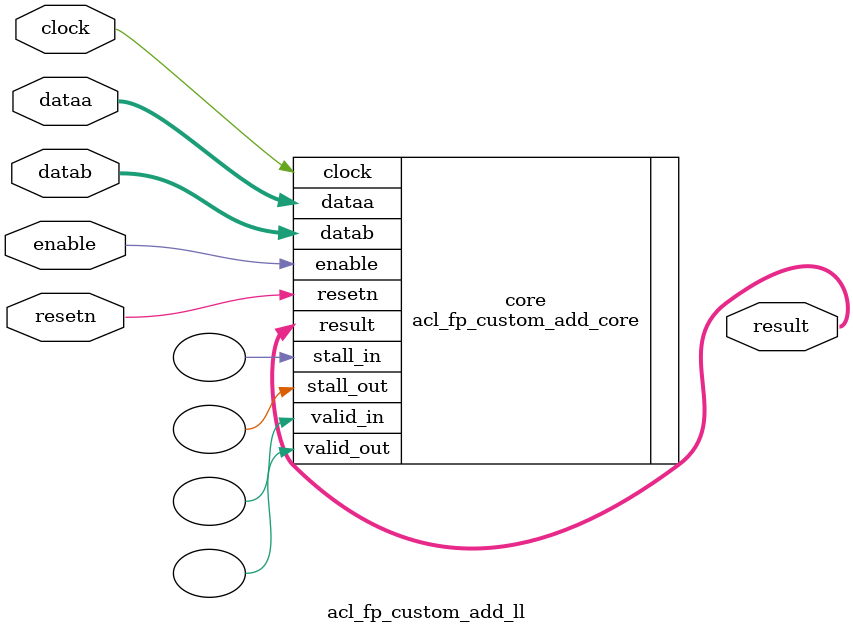
<source format=v>
    


module acl_fp_custom_add_ll(clock, enable, resetn, dataa, datab, result);
// This is a version of the adder with reduced latency.
	input clock, enable, resetn;
	input [31:0] dataa;
	input [31:0] datab;
	output [31:0] result;
  // Total Latency = 8.
	
  acl_fp_custom_add_core core(
    .clock(clock),
    .resetn(resetn),
    .dataa(dataa),
    .datab(datab),
    .result(result),
    .valid_in(),
    .valid_out(),
    .stall_in(),
    .stall_out(),
    .enable(enable));
    defparam core.HIGH_LATENCY = 0;
    defparam core.HIGH_CAPACITY = 0;
    defparam core.FLUSH_DENORMS = 0;
    defparam core.ROUNDING_MODE = 0;
    defparam core.FINITE_MATH_ONLY = 0;
    defparam core.REMOVE_STICKY = 0;
    
endmodule

</source>
